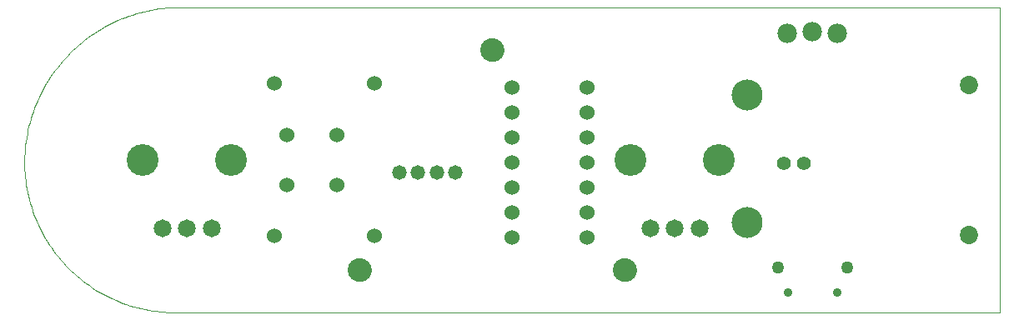
<source format=gts>
G75*
%MOIN*%
%OFA0B0*%
%FSLAX24Y24*%
%IPPOS*%
%LPD*%
%AMOC8*
5,1,8,0,0,1.08239X$1,22.5*
%
%ADD10C,0.0000*%
%ADD11C,0.1240*%
%ADD12C,0.0940*%
%ADD13C,0.0600*%
%ADD14C,0.0556*%
%ADD15C,0.0730*%
%ADD16C,0.0713*%
%ADD17C,0.1267*%
%ADD18C,0.0580*%
%ADD19C,0.0350*%
%ADD20C,0.0500*%
%ADD21C,0.0780*%
D10*
X006701Y001180D02*
X039656Y001180D01*
X039656Y013385D01*
X006982Y013385D01*
X018930Y011680D02*
X018932Y011722D01*
X018938Y011764D01*
X018948Y011805D01*
X018961Y011845D01*
X018979Y011883D01*
X018999Y011920D01*
X019024Y011955D01*
X019051Y011987D01*
X019081Y012016D01*
X019114Y012043D01*
X019149Y012066D01*
X019186Y012086D01*
X019225Y012102D01*
X019265Y012115D01*
X019306Y012124D01*
X019348Y012129D01*
X019391Y012130D01*
X019433Y012127D01*
X019474Y012120D01*
X019515Y012109D01*
X019555Y012095D01*
X019593Y012077D01*
X019629Y012055D01*
X019663Y012030D01*
X019694Y012002D01*
X019723Y011971D01*
X019749Y011938D01*
X019771Y011902D01*
X019791Y011864D01*
X019806Y011825D01*
X019818Y011785D01*
X019826Y011743D01*
X019830Y011701D01*
X019830Y011659D01*
X019826Y011617D01*
X019818Y011575D01*
X019806Y011535D01*
X019791Y011496D01*
X019771Y011458D01*
X019749Y011422D01*
X019723Y011389D01*
X019694Y011358D01*
X019663Y011330D01*
X019629Y011305D01*
X019593Y011283D01*
X019555Y011265D01*
X019515Y011251D01*
X019474Y011240D01*
X019433Y011233D01*
X019391Y011230D01*
X019348Y011231D01*
X019306Y011236D01*
X019265Y011245D01*
X019225Y011258D01*
X019186Y011274D01*
X019149Y011294D01*
X019114Y011317D01*
X019081Y011344D01*
X019051Y011373D01*
X019024Y011405D01*
X018999Y011440D01*
X018979Y011477D01*
X018961Y011515D01*
X018948Y011555D01*
X018938Y011596D01*
X018932Y011638D01*
X018930Y011680D01*
X006983Y013384D02*
X006828Y013385D01*
X006673Y013381D01*
X006518Y013373D01*
X006363Y013362D01*
X006209Y013346D01*
X006055Y013327D01*
X005901Y013304D01*
X005749Y013278D01*
X005597Y013247D01*
X005445Y013213D01*
X005295Y013174D01*
X005146Y013133D01*
X004998Y013087D01*
X004851Y013038D01*
X004705Y012985D01*
X004560Y012928D01*
X004417Y012868D01*
X004276Y012804D01*
X004136Y012737D01*
X003998Y012667D01*
X003862Y012593D01*
X003728Y012515D01*
X003595Y012434D01*
X003465Y012350D01*
X003337Y012263D01*
X003211Y012173D01*
X003087Y012079D01*
X002966Y011983D01*
X002847Y011883D01*
X002730Y011780D01*
X002617Y011675D01*
X002505Y011567D01*
X002397Y011456D01*
X002291Y011342D01*
X002189Y011226D01*
X002089Y011107D01*
X001992Y010986D01*
X001898Y010863D01*
X001808Y010737D01*
X001720Y010609D01*
X001636Y010479D01*
X001555Y010346D01*
X001477Y010212D01*
X001403Y010076D01*
X001332Y009938D01*
X001265Y009798D01*
X001201Y009657D01*
X001141Y009514D01*
X001084Y009370D01*
X001031Y009224D01*
X000981Y009077D01*
X000935Y008929D01*
X000893Y008780D01*
X000855Y008630D01*
X000820Y008478D01*
X000789Y008326D01*
X000762Y008174D01*
X000739Y008020D01*
X000720Y007867D01*
X000704Y007712D01*
X000692Y007558D01*
X000685Y007403D01*
X000681Y007248D01*
X000680Y007248D02*
X000680Y007201D01*
X000682Y007048D01*
X000688Y006896D01*
X000697Y006744D01*
X000711Y006592D01*
X000728Y006440D01*
X000749Y006289D01*
X000774Y006139D01*
X000803Y005989D01*
X000836Y005840D01*
X000872Y005692D01*
X000912Y005545D01*
X000956Y005399D01*
X001004Y005254D01*
X001055Y005110D01*
X001110Y004968D01*
X001168Y004827D01*
X001230Y004687D01*
X001295Y004549D01*
X001364Y004413D01*
X001437Y004279D01*
X001512Y004147D01*
X001591Y004016D01*
X001674Y003888D01*
X001759Y003761D01*
X001848Y003637D01*
X001940Y003516D01*
X002035Y003396D01*
X002133Y003279D01*
X002233Y003165D01*
X002337Y003053D01*
X002444Y002944D01*
X002553Y002837D01*
X002665Y002733D01*
X002779Y002633D01*
X002896Y002535D01*
X003016Y002440D01*
X003137Y002348D01*
X003261Y002259D01*
X003388Y002174D01*
X003516Y002091D01*
X003647Y002012D01*
X003779Y001937D01*
X003913Y001864D01*
X004049Y001795D01*
X004187Y001730D01*
X004327Y001668D01*
X004468Y001610D01*
X004610Y001555D01*
X004754Y001504D01*
X004899Y001456D01*
X005045Y001412D01*
X005192Y001372D01*
X005340Y001336D01*
X005489Y001303D01*
X005639Y001274D01*
X005789Y001249D01*
X005940Y001228D01*
X006092Y001211D01*
X006244Y001197D01*
X006396Y001188D01*
X006548Y001182D01*
X006701Y001180D01*
X013630Y002880D02*
X013632Y002922D01*
X013638Y002964D01*
X013648Y003005D01*
X013661Y003045D01*
X013679Y003083D01*
X013699Y003120D01*
X013724Y003155D01*
X013751Y003187D01*
X013781Y003216D01*
X013814Y003243D01*
X013849Y003266D01*
X013886Y003286D01*
X013925Y003302D01*
X013965Y003315D01*
X014006Y003324D01*
X014048Y003329D01*
X014091Y003330D01*
X014133Y003327D01*
X014174Y003320D01*
X014215Y003309D01*
X014255Y003295D01*
X014293Y003277D01*
X014329Y003255D01*
X014363Y003230D01*
X014394Y003202D01*
X014423Y003171D01*
X014449Y003138D01*
X014471Y003102D01*
X014491Y003064D01*
X014506Y003025D01*
X014518Y002985D01*
X014526Y002943D01*
X014530Y002901D01*
X014530Y002859D01*
X014526Y002817D01*
X014518Y002775D01*
X014506Y002735D01*
X014491Y002696D01*
X014471Y002658D01*
X014449Y002622D01*
X014423Y002589D01*
X014394Y002558D01*
X014363Y002530D01*
X014329Y002505D01*
X014293Y002483D01*
X014255Y002465D01*
X014215Y002451D01*
X014174Y002440D01*
X014133Y002433D01*
X014091Y002430D01*
X014048Y002431D01*
X014006Y002436D01*
X013965Y002445D01*
X013925Y002458D01*
X013886Y002474D01*
X013849Y002494D01*
X013814Y002517D01*
X013781Y002544D01*
X013751Y002573D01*
X013724Y002605D01*
X013699Y002640D01*
X013679Y002677D01*
X013661Y002715D01*
X013648Y002755D01*
X013638Y002796D01*
X013632Y002838D01*
X013630Y002880D01*
X024230Y002880D02*
X024232Y002922D01*
X024238Y002964D01*
X024248Y003005D01*
X024261Y003045D01*
X024279Y003083D01*
X024299Y003120D01*
X024324Y003155D01*
X024351Y003187D01*
X024381Y003216D01*
X024414Y003243D01*
X024449Y003266D01*
X024486Y003286D01*
X024525Y003302D01*
X024565Y003315D01*
X024606Y003324D01*
X024648Y003329D01*
X024691Y003330D01*
X024733Y003327D01*
X024774Y003320D01*
X024815Y003309D01*
X024855Y003295D01*
X024893Y003277D01*
X024929Y003255D01*
X024963Y003230D01*
X024994Y003202D01*
X025023Y003171D01*
X025049Y003138D01*
X025071Y003102D01*
X025091Y003064D01*
X025106Y003025D01*
X025118Y002985D01*
X025126Y002943D01*
X025130Y002901D01*
X025130Y002859D01*
X025126Y002817D01*
X025118Y002775D01*
X025106Y002735D01*
X025091Y002696D01*
X025071Y002658D01*
X025049Y002622D01*
X025023Y002589D01*
X024994Y002558D01*
X024963Y002530D01*
X024929Y002505D01*
X024893Y002483D01*
X024855Y002465D01*
X024815Y002451D01*
X024774Y002440D01*
X024733Y002433D01*
X024691Y002430D01*
X024648Y002431D01*
X024606Y002436D01*
X024565Y002445D01*
X024525Y002458D01*
X024486Y002474D01*
X024449Y002494D01*
X024414Y002517D01*
X024381Y002544D01*
X024351Y002573D01*
X024324Y002605D01*
X024299Y002640D01*
X024279Y002677D01*
X024261Y002715D01*
X024248Y002755D01*
X024238Y002796D01*
X024232Y002838D01*
X024230Y002880D01*
D11*
X029580Y004780D03*
X029580Y009880D03*
D12*
X019380Y011680D03*
X014080Y002880D03*
X024680Y002880D03*
D13*
X023180Y004180D03*
X023180Y005180D03*
X023180Y006180D03*
X023180Y007180D03*
X023180Y008180D03*
X023180Y009180D03*
X023180Y010180D03*
X020180Y010180D03*
X020180Y009180D03*
X020180Y008180D03*
X020180Y007180D03*
X020180Y006180D03*
X020180Y005180D03*
X020180Y004180D03*
X014680Y004230D03*
X010680Y004230D03*
X011180Y006280D03*
X013180Y006280D03*
X013180Y008280D03*
X011180Y008280D03*
X010680Y010330D03*
X014680Y010330D03*
D14*
X031036Y007130D03*
X031824Y007130D03*
D15*
X038426Y004282D03*
X038426Y010282D03*
D16*
X027664Y004526D03*
X026680Y004526D03*
X025696Y004526D03*
X008164Y004526D03*
X007180Y004526D03*
X006196Y004526D03*
D17*
X005408Y007282D03*
X008952Y007282D03*
X024908Y007282D03*
X028452Y007282D03*
D18*
X017920Y006782D03*
X017170Y006782D03*
X016420Y006782D03*
X015670Y006782D03*
D19*
X031196Y001980D03*
X033164Y001980D03*
D20*
X033558Y002964D03*
X030802Y002964D03*
D21*
X031180Y012341D03*
X032180Y012419D03*
X033180Y012341D03*
M02*

</source>
